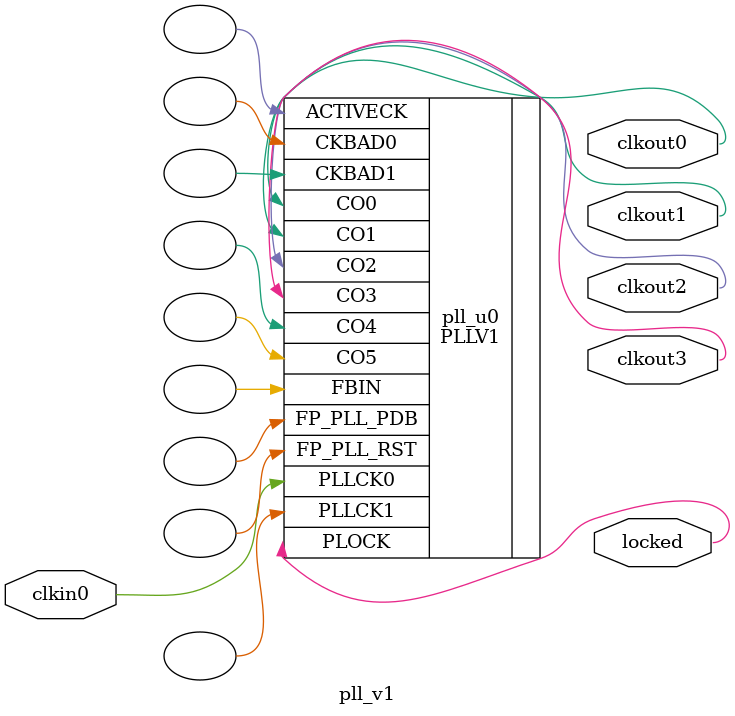
<source format=v>

module pll_v1(
    clkin0,
    clkout0,
    clkout1,
    clkout2,
    clkout3,
    locked
);

input clkin0;
output clkout0;
output clkout1;
output clkout2;
output clkout3;
output locked;

PLLV1 #(
        .CFG_SEL_FBPATH (1'b0),
        .pll_sel ("auto"),
        .input_freq ("25.00"),
        .CFG_CKSEL (1'b0),
        .CFG_CK_SWITCH_EN (1'b0),
        .CFG_DIVN (8'b00000000),
        .CFG_DIVM (8'b00100111),
        .CFG_DIVFB (1'b0),
        .CFG_LPF (3'b011),
        .CFG_CPSEL_CR (3'b011),
        .CFG_CPSEL_FN (7'b0100111),
        .CFG_CP_AUTO_ENB (1'b0),
        .CFG_RST_REG_ENB (1'b0),
        .CFG_CALIB_EN (1'b1),
        .CFG_CALIB_RSTN (1'b1),
        .CFG_CALIB_MANUAL (4'b1000),
        .CFG_CALIB_WIN (2'b00),
        .CFG_CALIB_DIV (8'b00011001),
        .CFG_CALIB_16_32U (1'b0),
        .CFG_BP_VDOUT (1'b0),
        .CFG_LKD_MUX (1'b0),
        .CFG_FORCE_LOCK (1'b0),
        .CFG_FLDD (2'b11),
        .CFG_ATEST_EN (1'b0),
        .CFG_DTEST_EN (1'b0),
        .CFG_ATEST_SEL (1'b0),
        .CFG_DTEST_SEL (1'b0),
        .CFG_VCO_INI_SEL (1'b0),
        .CFG_LKD_TOL (1'b0),
        .CFG_LKD_HOLD (1'b0),
        .CFG_VRSEL (2'b01),
        .CFG_BK (4'b0000),
        .CFG_SSEN (1'b0),
        .CFG_SSDIVH (2'b00),
        .CFG_SSDIVL (8'b11111001),
        .CFG_SSRG (2'b01),
        .CFG_PSSEL (6'b000000),
        .CFG_MKEN0 (1'b1),
        .CFG_MKEN1 (1'b1),
        .CFG_MKEN2 (1'b1),
        .CFG_MKEN3 (1'b1),
        .CFG_MKEN4 (1'b0),
        .CFG_MKEN5 (1'b0),
        .CFG_BPS0 (1'b0),
        .CFG_BPS1 (1'b0),
        .CFG_BPS2 (1'b0),
        .CFG_BPS3 (1'b0),
        .CFG_BPS4 (1'b0),
        .CFG_BPS5 (1'b0),
        .CFG_DIVC0 (8'b00000100),
        .CFG_DIVC1 (8'b00110001),
        .CFG_DIVC2 (8'b00001001),
        .CFG_DIVC3 (8'b00001001),
        .CFG_DIVC4 (8'b00010011),
        .CFG_DIVC5 (8'b00010011),
        .CFG_CO0DLY (8'b00000000),
        .CFG_CO1DLY (8'b00000000),
        .CFG_CO2DLY (8'b00000000),
        .CFG_CO3DLY (8'b00000000),
        .CFG_CO4DLY (8'b00000000),
        .CFG_CO5DLY (8'b00000000),
        .CFG_P0SEL (3'b000),
        .CFG_P1SEL (3'b000),
        .CFG_P2SEL (3'b000),
        .CFG_P3SEL (3'b011),
        .CFG_P4SEL (3'b000),
        .CFG_P5SEL (3'b000),
        .CFG_PFBSEL (3'b000),
        .CFG_RSTPLL_SEL (2'b01),
        .CFG_PPDB_SEL (2'b01),
        .CFG_LOCK_GATE (1'b1),
        .CFG_FRAC (3'b000),
        .CFG_FP_EN (1'b0)
)
pll_u0 (
        .PLLCK0 (clkin0),
        .PLLCK1 (),
        .FBIN (),
        .FP_PLL_PDB (),
        .FP_PLL_RST (),
        .ACTIVECK (),
        .CKBAD0 (),
        .CKBAD1 (),
        .CO0 (clkout0),
        .CO1 (clkout1),
        .CO2 (clkout2),
        .CO3 (clkout3),
        .CO4 (),
        .CO5 (),
        .PLOCK (locked)
);

endmodule

// ============================================================
//                  pll Setting
//
// Warning: This part is read by Fuxi, please don't modify it.
// ============================================================
// Device          : C1P060TF784C7-ES
// Module          : pll_v1
// IP core         : pll
// IP Version      : 1

// AutoSwitch      : false
// BandWidth       : Medium
// Bypass0         : false
// Bypass1         : false
// Bypass2         : false
// Bypass3         : false
// Bypass4         : false
// Bypass5         : false
// C0              : 4
// C1              : 49
// C2              : 9
// C3              : 9
// C4              : 19
// C5              : 19
// Clkin0Enable    : true
// Clkin1Enable    : false
// ClkinDefault    : 0
// Clkout0UseFrac  : false
// ClkoutNum       : 4
// Delay0          : 0
// Delay1          : 0
// Delay2          : 0
// Delay3          : 0
// Delay4          : 0
// Delay5          : 0
// DelayUnit       : ns
// DeskewMode      : None
// DynPhaseShift0  : false
// DynPhaseShift1  : false
// DynPhaseShift2  : false
// DynPhaseShift3  : false
// DynPhaseShift4  : false
// DynPhaseShift5  : false
// Enable0         : true
// Enable1         : true
// Enable2         : true
// Enable3         : true
// Enable4         : false
// Enable5         : false
// ForceLocked     : false
// GclkCcbEnable   : false
// InputFreq       : 25
// M               : 39
// N               : 0
// Phase0          : 0
// Phase1          : 0
// Phase2          : 0
// Phase3          : 3
// Phase4          : 0
// Phase5          : 0
// PllLocation     : auto
// PortActiveck    : false
// PortCkbad0      : false
// PortCkbad1      : false
// PortLocked      : true
// PowerMode       : always_on
// ResetMode       : ccb
// Simulation Files: 
// SpreadDivH      : 0
// SpreadDivL      : 249
// SpreadEnable    : false
// SpreadRatio     : 1
// Synthesis Files : 
// UseLockGate     : true
// VcoCalibration  : true
// VcoDivide       : 0

</source>
